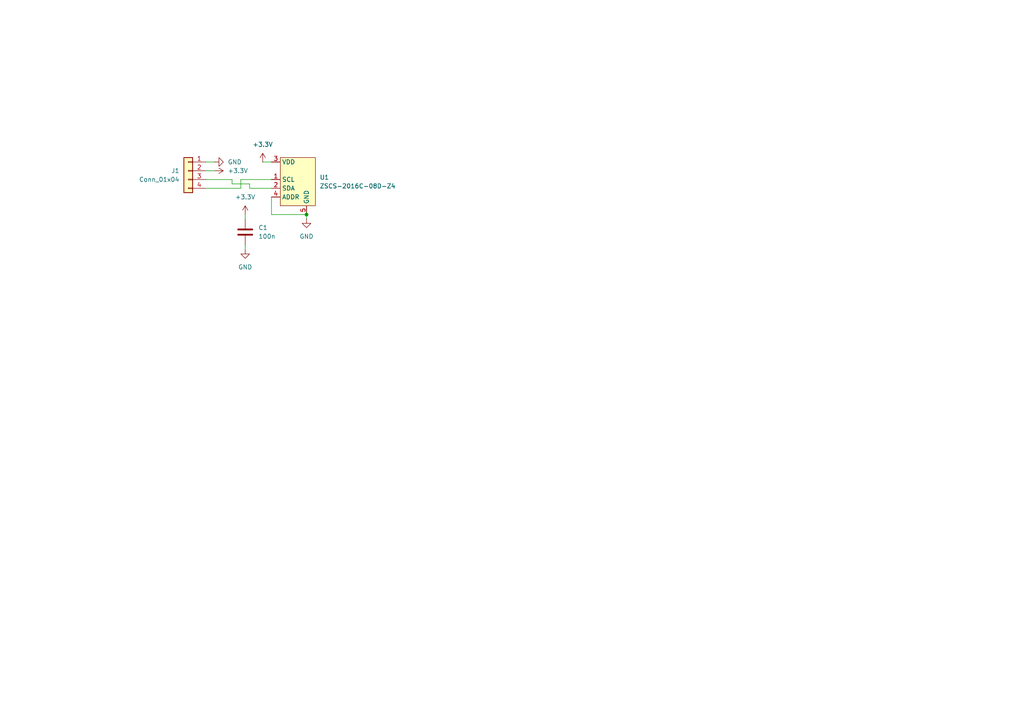
<source format=kicad_sch>
(kicad_sch (version 20250114) (generator "eeschema") (generator_version "9.0")
  (paper "A4")
  (lib_symbols
    (symbol "Connector_Generic:Conn_01x04" (pin_names (offset 1.016) (hide yes))
      (property "Reference" "J" (at 0 5.08 0))
      (property "Value" "Conn_01x04" (at 0 -7.62 0))
      (symbol "Conn_01x04_1_1"
        (rectangle (start -1.27 3.81) (end 1.27 -6.35) (stroke (width 0.254)) (fill (type background)))
        (rectangle (start -1.27 2.667) (end 0 2.413) (stroke (width 0.1524)))
        (rectangle (start -1.27 0.127) (end 0 -0.127) (stroke (width 0.1524)))
        (rectangle (start -1.27 -2.413) (end 0 -2.667) (stroke (width 0.1524)))
        (rectangle (start -1.27 -4.953) (end 0 -5.207) (stroke (width 0.1524)))
        (pin passive line (at -5.08 2.54 0) (length 3.81) (name "Pin_1") (number "1"))
        (pin passive line (at -5.08 0 0) (length 3.81) (name "Pin_2") (number "2"))
        (pin passive line (at -5.08 -2.54 0) (length 3.81) (name "Pin_3") (number "3"))
        (pin passive line (at -5.08 -5.08 0) (length 3.81) (name "Pin_4") (number "4"))
      )
    )
    (symbol "Device:C" (pin_numbers (hide yes)) (pin_names (offset 0.254))
      (property "Reference" "C" (at 0.635 2.54 0))
      (property "Value" "C" (at 0.635 -2.54 0))
      (symbol "C_0_1"
        (polyline (pts (xy -2.032 0.762) (xy 2.032 0.762)) (stroke (width 0.508)))
        (polyline (pts (xy -2.032 -0.762) (xy 2.032 -0.762)) (stroke (width 0.508)))
      )
      (symbol "C_1_1"
        (pin passive line (at 0 3.81 270) (length 2.794) (name "~") (number "1"))
        (pin passive line (at 0 -3.81 90) (length 2.794) (name "~") (number "2"))
      )
    )
    (symbol "RKL-Sensors:ZSCS-2016C-08D-Z4"
      (property "Reference" "U" (at 0 4.445 0))
      (property "Value" "ZSCS-2016C-08D-Z4" (at 0 1.905 0))
      (symbol "ZSCS-2016C-08D-Z4_1_1"
        (rectangle (start -5.08 0) (end 5.08 -13.97) (fill (type background)))
        (pin power_in line (at -7.62 -1.27 0) (length 2.54) (name "VDD") (number "3"))
        (pin input line (at -7.62 -6.35 0) (length 2.54) (name "SCL") (number "1"))
        (pin bidirectional line (at -7.62 -8.89 0) (length 2.54) (name "SDA") (number "2"))
        (pin input line (at -7.62 -11.43 0) (length 2.54) (name "ADDR") (number "4"))
        (pin power_in line (at 2.54 -16.51 90) (length 2.54) (name "GND") (number "5"))
      )
    )
    (symbol "power:+3.3V" (power) (pin_numbers (hide yes)) (pin_names (offset 0) (hide yes))
      (property "Value" "+3.3V" (at 0 3.556 0))
      (symbol "+3.3V_0_1"
        (polyline (pts (xy -0.762 1.27) (xy 0 2.54)))
        (polyline (pts (xy 0 2.54) (xy 0.762 1.27)))
        (polyline (pts (xy 0 0) (xy 0 2.54)))
      )
      (symbol "+3.3V_1_1"
        (pin power_in line (at 0 0 90) (length 0) (name "~") (number "1"))
      )
    )
    (symbol "power:GND" (power) (pin_numbers (hide yes)) (pin_names (offset 0) (hide yes))
      (property "Value" "GND" (at 0 -3.81 0))
      (symbol "GND_0_1"
        (polyline (pts (xy 0 0) (xy 0 -1.27) (xy 1.27 -1.27) (xy 0 -2.54) (xy -1.27 -1.27) (xy 0 -1.27)))
      )
      (symbol "GND_1_1"
        (pin power_in line (at 0 0 270) (length 0) (name "~") (number "1"))
      )
    )
  )
  (junction (at 88.9 62.23))
  (wire (pts (xy 71.12 62.23) (xy 71.12 63.5)))
  (wire (pts (xy 59.69 54.61) (xy 69.85 54.61)))
  (wire (pts (xy 69.85 54.61) (xy 69.85 52.07)))
  (wire (pts (xy 71.12 72.39) (xy 71.12 71.12)))
  (wire (pts (xy 78.74 54.61) (xy 72.39 54.61)))
  (wire (pts (xy 78.74 62.23) (xy 78.74 57.15)))
  (wire (pts (xy 59.69 46.99) (xy 62.23 46.99)))
  (wire (pts (xy 67.31 52.07) (xy 59.69 52.07)))
  (wire (pts (xy 72.39 53.34) (xy 67.31 53.34)))
  (wire (pts (xy 59.69 49.53) (xy 62.23 49.53)))
  (wire (pts (xy 69.85 52.07) (xy 78.74 52.07)))
  (wire (pts (xy 76.2 46.99) (xy 78.74 46.99)))
  (wire (pts (xy 72.39 54.61) (xy 72.39 53.34)))
  (wire (pts (xy 88.9 62.23) (xy 78.74 62.23)))
  (wire (pts (xy 88.9 63.5) (xy 88.9 62.23)))
  (wire (pts (xy 67.31 53.34) (xy 67.31 52.07)))
  (symbol (lib_id "power:+3.3V") (at 62.23 49.53 270) (unit 1)
    (property "Reference" "#PWR01" (effects (hide yes)))
    (property "Value" "+3.3V" (at 66.04 49.5299 90) (effects (justify left)))
    (property "Description" "Power symbol creates a global label with name \"+3.3V\"" (effects (hide yes)))
  )
  (symbol (lib_id "Device:C") (at 71.12 67.31 0) (unit 1)
    (property "Reference" "C1" (at 74.93 66.0399 0) (effects (justify left)))
    (property "Value" "100n" (at 74.93 68.5799 0) (effects (justify left)))
    (property "Footprint" "Capacitor_SMD:C_0402_1005Metric" (effects (hide yes)))
    (property "Description" "Unpolarized capacitor" (effects (hide yes)))
    (property "LCSC" "C1525" (effects (hide yes)))
  )
  (symbol (lib_id "RKL-Sensors:ZSCS-2016C-08D-Z4") (at 86.36 45.72 0) (unit 1)
    (property "Reference" "U1" (at 92.71 51.4349 0) (effects (justify left)))
    (property "Value" "ZSCS-2016C-08D-Z4" (at 92.71 53.9749 0) (effects (justify left)))
    (property "Footprint" "RKL-SpecialModules:ZSCS-2016C-08D-Z4" (effects (hide yes)))
    (property "Datasheet" "https://www.lcsc.com/datasheet/lcsc_datasheet_2410121442_Chau-Light-ZSCS-2016C-08D-Z4_C5337482.pdf" (effects (hide yes)))
    (property "LCSC" "C5337482" (effects (hide yes)))
  )
  (symbol (lib_id "Connector_Generic:Conn_01x04") (at 54.61 49.53 0) (mirror y) (unit 1)
    (property "Reference" "J1" (at 52.07 49.5299 0) (effects (justify left)))
    (property "Value" "Conn_01x04" (at 52.07 52.0699 0) (effects (justify left)))
    (property "Footprint" "Connector_JST:JST_SH_BM04B-SRSS-TB_1x04-1MP_P1.00mm_Vertical" (effects (hide yes)))
    (property "LCSC  " "C7433440" (effects (hide yes)))
  )
  (symbol (lib_id "power:GND") (at 62.23 46.99 90) (unit 1)
    (property "Reference" "#PWR04" (effects (hide yes)))
    (property "Value" "GND" (at 66.04 46.9899 90) (effects (justify right)))
    (property "Description" "Power symbol creates a global label with name \"GND\" , ground" (effects (hide yes)))
  )
  (symbol (lib_id "power:GND") (at 88.9 63.5 0) (unit 1)
    (property "Reference" "#PWR03" (effects (hide yes)))
    (property "Value" "GND" (at 88.9 68.58 0))
    (property "Description" "Power symbol creates a global label with name \"GND\" , ground" (effects (hide yes)))
  )
  (symbol (lib_id "power:+3.3V") (at 71.12 62.23 0) (unit 1)
    (property "Reference" "#PWR05" (effects (hide yes)))
    (property "Value" "+3.3V" (at 71.12 57.15 0))
    (property "Description" "Power symbol creates a global label with name \"+3.3V\"" (effects (hide yes)))
  )
  (symbol (lib_id "power:GND") (at 71.12 72.39 0) (unit 1)
    (property "Reference" "#PWR06" (effects (hide yes)))
    (property "Value" "GND" (at 71.12 77.47 0))
    (property "Description" "Power symbol creates a global label with name \"GND\" , ground" (effects (hide yes)))
  )
  (symbol (lib_id "power:+3.3V") (at 76.2 46.99 0) (unit 1)
    (property "Reference" "#PWR02" (effects (hide yes)))
    (property "Value" "+3.3V" (at 76.2 41.91 0))
    (property "Description" "Power symbol creates a global label with name \"+3.3V\"" (effects (hide yes)))
  )
)
</source>
